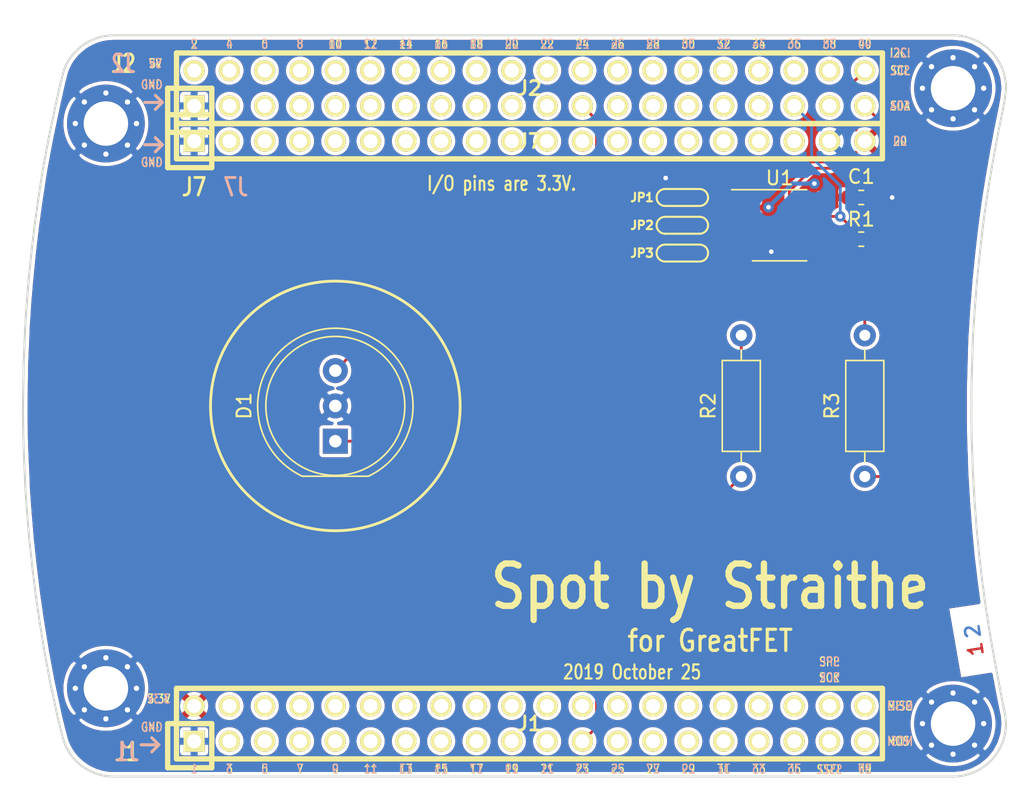
<source format=kicad_pcb>
(kicad_pcb (version 20171130) (host pcbnew 5.1.4-e60b266~84~ubuntu18.04.1)
  (layers (0 F.Cu signal) (31 B.Cu signal) (34 B.Paste user) (35 F.Paste user) (36 B.SilkS user) (37 F.SilkS user) (38 B.Mask user) (39 F.Mask user) (44 Edge.Cuts user))
  (net 0 "")
  (net 1 GND)
  (net 2 VCC)
  (net 3 /P4_9)
  (net 4 /P0_0)
  (net 5 /P4_10)
  (net 6 /P0_1)
  (net 7 /P1_0)
  (net 8 /P5_0)
  (net 9 /P5_1)
  (net 10 /P1_1)
  (net 11 /CLK0)
  (net 12 /P1_2)
  (net 13 /P1_5)
  (net 14 /P5_2)
  (net 15 /P1_7)
  (net 16 /P1_6)
  (net 17 /P1_9)
  (net 18 /P1_8)
  (net 19 /P5_3)
  (net 20 /P1_10)
  (net 21 /P1_12)
  (net 22 /P1_11)
  (net 23 /P5_5)
  (net 24 /P5_4)
  (net 25 /P1_14)
  (net 26 /P1_13)
  (net 27 /P5_6)
  (net 28 /P1_15)
  (net 29 /P5_7)
  (net 30 /P1_16)
  (net 31 /P1_18)
  (net 32 /P1_17)
  (net 33 /P9_5)
  (net 34 /P9_6)
  (net 35 /P2_0)
  (net 36 /P6_0)
  (net 37 /P1_20)
  (net 38 /P1_19)
  (net 39 /P1_4)
  (net 40 /P1_3)
  (net 41 /P4_8)
  (net 42 /P4_0)
  (net 43 /ADC0_0)
  (net 44 /P4_5)
  (net 45 /P4_4)
  (net 46 /P4_2)
  (net 47 /P4_3)
  (net 48 /P4_6)
  (net 49 /P4_7)
  (net 50 /CLK2)
  (net 51 /P2_8)
  (net 52 /P2_7)
  (net 53 /P2_6)
  (net 54 /P7_7)
  (net 55 /WAKEUP0)
  (net 56 /P2_5)
  (net 57 /P2_4)
  (net 58 /P2_3)
  (net 59 /PF_4)
  (net 60 /P3_2)
  (net 61 /P7_2)
  (net 62 /P3_1)
  (net 63 /P7_1)
  (net 64 /P3_0)
  (net 65 /P7_0)
  (net 66 /P3_4)
  (net 67 /P6_8)
  (net 68 /P3_7)
  (net 69 /P6_7)
  (net 70 /P3_3)
  (net 71 /P2_2)
  (net 72 /P6_6)
  (net 73 /P2_1)
  (net 74 /P6_3)
  (net 75 /P3_5)
  (net 76 /P3_6)
  (net 77 /I2C0_SDA)
  (net 78 /I2C0_SCL)
  (net 79 /P6_4)
  (net 80 /P6_5)
  (net 81 /ADC0_5)
  (net 82 /ADC0_2)
  (net 83 /P2_9)
  (net 84 /P2_12)
  (net 85 /P2_13)
  (net 86 /RTC_ALARM)
  (net 87 /RESET)
  (net 88 /VBAT)
  (net 89 /P2_11)
  (net 90 /P2_10)
  (net 91 /P6_10)
  (net 92 /P6_9)
  (net 93 /P6_2)
  (net 94 /P6_1)
  (net 95 /E0)
  (net 96 /E1)
  (net 97 /E2)
  (net 98 /RTCX1)
  (net 99 +5V)
  (net 100 "Net-(D1-Pad3)")
  (net 101 "Net-(D1-Pad1)")
  (module Resistor_THT:R_Axial_DIN0207_L6.3mm_D2.5mm_P10.16mm_Horizontal (layer F.Cu) (at 170.18 100.33 90)
    (fp_text reference R3 (at 5.08 -2.37 90) (layer F.SilkS))
    (fp_text value 100)
    (pad 2 thru_hole oval (at 10.16 0 90) (size 1.6 1.6) (drill 0.8) (layers *.Cu *.Mask) (net 100 "Net-(D1-Pad3)"))
    (pad 1 thru_hole circle (at 0 0 90) (size 1.6 1.6) (drill 0.8) (layers *.Cu *.Mask) (net 61 /P7_2))
  )
  (module Resistor_THT:R_Axial_DIN0207_L6.3mm_D2.5mm_P10.16mm_Horizontal (layer F.Cu) (at 161.29 100.33 90)
    (fp_text reference R2 (at 5.08 -2.37 90) (layer F.SilkS))
    (fp_text value 100)
    (pad 2 thru_hole oval (at 10.16 0 90) (size 1.6 1.6) (drill 0.8) (layers *.Cu *.Mask) (net 101 "Net-(D1-Pad1)"))
    (pad 1 thru_hole circle (at 0 0 90) (size 1.6 1.6) (drill 0.8) (layers *.Cu *.Mask) (net 23 /P5_5))
  )
  (module LED_THT:LED_D10.0mm-3 (layer F.Cu) (at 132.08 97.79 90)
    (fp_text reference D1 (at 2.54 -6.56 90) (layer F.SilkS))
    (fp_text value LED_Dual_ACA)
    (pad 3 thru_hole circle (at 5.08 0 90) (size 1.8 1.8) (drill 0.9) (layers *.Cu *.Mask) (net 100 "Net-(D1-Pad3)"))
    (pad 2 thru_hole circle (at 2.54 0 90) (size 1.8 1.8) (drill 0.9) (layers *.Cu *.Mask) (net 1 GND))
    (pad 1 thru_hole rect (at 0 0 90) (size 1.8 1.8) (drill 0.9) (layers *.Cu *.Mask) (net 101 "Net-(D1-Pad1)"))
  )
  (module neighbor:0603-JUMPER-3-BRIDGED12 (layer F.Cu) (at 157.05 82.25)
    (fp_text reference JP2 (at -2.9 0) (layer F.SilkS) (effects (font (size 0.6096 0.6096) (thickness 0.1524))))
    (fp_text value Jumper_3_Bridged12 hide)
    (pad "" smd rect (at -0.5 0) (size 0.762 0.2032) (layers F.Cu F.Mask))
    (pad 2 smd rect (at 0 0) (size 0.762 0.8636) (layers F.Cu F.Mask) (net 96 /E1))
    (pad 3 smd oval (at 1.1271 0) (size 1.0922 0.8636) (layers F.Cu F.Mask) (net 2 VCC))
    (pad 1 smd rect (at -0.835 0) (size 0.508 0.8636) (layers F.Cu F.Mask) (net 1 GND))
    (pad 3 smd rect (at 0.835 0) (size 0.508 0.8636) (layers F.Cu F.Mask) (net 2 VCC))
    (pad 1 smd oval (at -1.1271 0) (size 1.0922 0.8636) (layers F.Cu F.Mask) (net 1 GND))
  )
  (module Capacitor_SMD:C_0603_1608Metric_Pad1.05x0.95mm_HandSolder (layer F.Cu) (at 169.925 80.25 180)
    (fp_text reference C1 (at 0 1.5) (layer F.SilkS))
    (fp_text value 100nF)
    (pad 2 smd roundrect (at 0.875 0 180) (size 1.05 0.95) (layers F.Cu F.Paste F.Mask) (net 2 VCC))
    (pad 1 smd roundrect (at -0.875 0 180) (size 1.05 0.95) (layers F.Cu F.Paste F.Mask) (net 1 GND))
  )
  (module Resistor_SMD:R_0603_1608Metric_Pad1.05x0.95mm_HandSolder (layer F.Cu) (at 169.925 83.25)
    (fp_text reference R1 (at 0 -1.43) (layer F.SilkS))
    (fp_text value 10k)
    (pad 2 smd roundrect (at 0.875 0) (size 1.05 0.95) (layers F.Cu F.Paste F.Mask) (net 2 VCC))
    (pad 1 smd roundrect (at -0.875 0) (size 1.05 0.95) (layers F.Cu F.Paste F.Mask) (net 73 /P2_1))
  )
  (module neighbor:0603-JUMPER-3-BRIDGED12 (layer F.Cu) (at 157.05 84.25)
    (fp_text reference JP3 (at -2.9 0) (layer F.SilkS) (effects (font (size 0.6096 0.6096) (thickness 0.1524))))
    (fp_text value Jumper_3_Bridged12 hide)
    (pad "" smd rect (at -0.5 0) (size 0.762 0.2032) (layers F.Cu F.Mask))
    (pad 2 smd rect (at 0 0) (size 0.762 0.8636) (layers F.Cu F.Mask) (net 97 /E2))
    (pad 3 smd oval (at 1.1271 0) (size 1.0922 0.8636) (layers F.Cu F.Mask) (net 2 VCC))
    (pad 1 smd rect (at -0.835 0) (size 0.508 0.8636) (layers F.Cu F.Mask) (net 1 GND))
    (pad 3 smd rect (at 0.835 0) (size 0.508 0.8636) (layers F.Cu F.Mask) (net 2 VCC))
    (pad 1 smd oval (at -1.1271 0) (size 1.0922 0.8636) (layers F.Cu F.Mask) (net 1 GND))
  )
  (module neighbor:0603-JUMPER-3-BRIDGED12 (layer F.Cu) (at 157.05 80.25)
    (fp_text reference JP1 (at -2.9 0) (layer F.SilkS) (effects (font (size 0.6096 0.6096) (thickness 0.1524))))
    (fp_text value Jumper_3_Bridged12 hide)
    (pad "" smd rect (at -0.5 0) (size 0.762 0.2032) (layers F.Cu F.Mask))
    (pad 2 smd rect (at 0 0) (size 0.762 0.8636) (layers F.Cu F.Mask) (net 95 /E0))
    (pad 3 smd oval (at 1.1271 0) (size 1.0922 0.8636) (layers F.Cu F.Mask) (net 2 VCC))
    (pad 1 smd rect (at -0.835 0) (size 0.508 0.8636) (layers F.Cu F.Mask) (net 1 GND))
    (pad 3 smd rect (at 0.835 0) (size 0.508 0.8636) (layers F.Cu F.Mask) (net 2 VCC))
    (pad 1 smd oval (at -1.1271 0) (size 1.0922 0.8636) (layers F.Cu F.Mask) (net 1 GND))
  )
  (module Package_SO:SOIC-8_3.9x4.9mm_P1.27mm (layer F.Cu) (at 164.05 82.25)
    (fp_text reference U1 (at 0 -3.4) (layer F.SilkS))
    (fp_text value M24C02-FMN6TP)
    (pad 8 smd roundrect (at 2.475 -1.905) (size 1.95 0.6) (layers F.Cu F.Paste F.Mask) (net 2 VCC))
    (pad 7 smd roundrect (at 2.475 -0.635) (size 1.95 0.6) (layers F.Cu F.Paste F.Mask) (net 73 /P2_1))
    (pad 6 smd roundrect (at 2.475 0.635) (size 1.95 0.6) (layers F.Cu F.Paste F.Mask) (net 78 /I2C0_SCL))
    (pad 5 smd roundrect (at 2.475 1.905) (size 1.95 0.6) (layers F.Cu F.Paste F.Mask) (net 77 /I2C0_SDA))
    (pad 4 smd roundrect (at -2.475 1.905) (size 1.95 0.6) (layers F.Cu F.Paste F.Mask) (net 1 GND))
    (pad 3 smd roundrect (at -2.475 0.635) (size 1.95 0.6) (layers F.Cu F.Paste F.Mask) (net 97 /E2))
    (pad 2 smd roundrect (at -2.475 -0.635) (size 1.95 0.6) (layers F.Cu F.Paste F.Mask) (net 96 /E1))
    (pad 1 smd roundrect (at -2.475 -1.905) (size 1.95 0.6) (layers F.Cu F.Paste F.Mask) (net 95 /E0))
  )
  (module neighbor:HEADER-1x20 (layer F.Cu) (at 146.05 76.2)
    (fp_text reference J7 (at 0 0) (layer F.SilkS) (effects (font (size 1.016 1.016) (thickness 0.2032))))
    (fp_text value BONUS_ROW hide)
    (pad 1 thru_hole rect (at -24.13 0) (size 1.524 1.524) (drill 1.016) (layers *.Cu *.Mask F.SilkS) (net 1 GND))
    (pad 2 thru_hole circle (at -21.59 0) (size 1.524 1.524) (drill 1.016) (layers *.Cu *.Mask F.SilkS) (net 79 /P6_4))
    (pad 3 thru_hole circle (at -19.05 0) (size 1.524 1.524) (drill 1.016) (layers *.Cu *.Mask F.SilkS) (net 80 /P6_5))
    (pad 4 thru_hole circle (at -16.51 0) (size 1.524 1.524) (drill 1.016) (layers *.Cu *.Mask F.SilkS) (net 81 /ADC0_5))
    (pad 5 thru_hole circle (at -13.97 0) (size 1.524 1.524) (drill 1.016) (layers *.Cu *.Mask F.SilkS) (net 82 /ADC0_2))
    (pad 6 thru_hole circle (at -11.43 0) (size 1.524 1.524) (drill 1.016) (layers *.Cu *.Mask F.SilkS) (net 83 /P2_9))
    (pad 7 thru_hole circle (at -8.89 0) (size 1.524 1.524) (drill 1.016) (layers *.Cu *.Mask F.SilkS) (net 84 /P2_12))
    (pad 8 thru_hole circle (at -6.35 0) (size 1.524 1.524) (drill 1.016) (layers *.Cu *.Mask F.SilkS) (net 85 /P2_13))
    (pad 9 thru_hole circle (at -3.81 0) (size 1.524 1.524) (drill 1.016) (layers *.Cu *.Mask F.SilkS) (net 86 /RTC_ALARM))
    (pad 10 thru_hole circle (at -1.27 0) (size 1.524 1.524) (drill 1.016) (layers *.Cu *.Mask F.SilkS) (net 98 /RTCX1))
    (pad 11 thru_hole circle (at 1.27 0) (size 1.524 1.524) (drill 1.016) (layers *.Cu *.Mask F.SilkS) (net 87 /RESET))
    (pad 12 thru_hole circle (at 3.81 0) (size 1.524 1.524) (drill 1.016) (layers *.Cu *.Mask F.SilkS) (net 88 /VBAT))
    (pad 13 thru_hole circle (at 6.35 0) (size 1.524 1.524) (drill 1.016) (layers *.Cu *.Mask F.SilkS) (net 89 /P2_11))
    (pad 14 thru_hole circle (at 8.89 0) (size 1.524 1.524) (drill 1.016) (layers *.Cu *.Mask F.SilkS) (net 90 /P2_10))
    (pad 15 thru_hole circle (at 11.43 0) (size 1.524 1.524) (drill 1.016) (layers *.Cu *.Mask F.SilkS) (net 91 /P6_10))
    (pad 16 thru_hole circle (at 13.97 0) (size 1.524 1.524) (drill 1.016) (layers *.Cu *.Mask F.SilkS) (net 92 /P6_9))
    (pad 17 thru_hole circle (at 16.51 0) (size 1.524 1.524) (drill 1.016) (layers *.Cu *.Mask F.SilkS) (net 93 /P6_2))
    (pad 18 thru_hole circle (at 19.05 0) (size 1.524 1.524) (drill 1.016) (layers *.Cu *.Mask F.SilkS) (net 94 /P6_1))
    (pad 19 thru_hole circle (at 21.59 0) (size 1.524 1.524) (drill 1.016) (layers *.Cu *.Mask F.SilkS) (net 1 GND))
    (pad 20 thru_hole circle (at 24.13 0) (size 1.524 1.524) (drill 1.016) (layers *.Cu *.Mask F.SilkS) (net 2 VCC))
  )
  (module neighbor:HEADER-2x20 (layer F.Cu) (at 146.05 118.11)
    (fp_text reference J1 (at 0 0) (layer F.SilkS) (effects (font (size 1.016 1.016) (thickness 0.2032))))
    (fp_text value NEIGHBOR1 hide)
    (pad 1 thru_hole rect (at -24.13 1.27) (size 1.524 1.524) (drill 1.016) (layers *.Cu *.Mask F.SilkS) (net 1 GND))
    (pad 2 thru_hole circle (at -24.13 -1.27) (size 1.524 1.524) (drill 1.016) (layers *.Cu *.Mask F.SilkS) (net 2 VCC))
    (pad 3 thru_hole circle (at -21.59 1.27) (size 1.524 1.524) (drill 1.016) (layers *.Cu *.Mask F.SilkS) (net 3 /P4_9))
    (pad 4 thru_hole circle (at -21.59 -1.27) (size 1.524 1.524) (drill 1.016) (layers *.Cu *.Mask F.SilkS) (net 4 /P0_0))
    (pad 5 thru_hole circle (at -19.05 1.27) (size 1.524 1.524) (drill 1.016) (layers *.Cu *.Mask F.SilkS) (net 5 /P4_10))
    (pad 6 thru_hole circle (at -19.05 -1.27) (size 1.524 1.524) (drill 1.016) (layers *.Cu *.Mask F.SilkS) (net 6 /P0_1))
    (pad 7 thru_hole circle (at -16.51 1.27) (size 1.524 1.524) (drill 1.016) (layers *.Cu *.Mask F.SilkS) (net 7 /P1_0))
    (pad 8 thru_hole circle (at -16.51 -1.27) (size 1.524 1.524) (drill 1.016) (layers *.Cu *.Mask F.SilkS) (net 8 /P5_0))
    (pad 9 thru_hole circle (at -13.97 1.27) (size 1.524 1.524) (drill 1.016) (layers *.Cu *.Mask F.SilkS) (net 9 /P5_1))
    (pad 10 thru_hole circle (at -13.97 -1.27) (size 1.524 1.524) (drill 1.016) (layers *.Cu *.Mask F.SilkS) (net 10 /P1_1))
    (pad 11 thru_hole circle (at -11.43 1.27) (size 1.524 1.524) (drill 1.016) (layers *.Cu *.Mask F.SilkS) (net 11 /CLK0))
    (pad 12 thru_hole circle (at -11.43 -1.27) (size 1.524 1.524) (drill 1.016) (layers *.Cu *.Mask F.SilkS) (net 12 /P1_2))
    (pad 13 thru_hole circle (at -8.89 1.27) (size 1.524 1.524) (drill 1.016) (layers *.Cu *.Mask F.SilkS) (net 13 /P1_5))
    (pad 14 thru_hole circle (at -8.89 -1.27) (size 1.524 1.524) (drill 1.016) (layers *.Cu *.Mask F.SilkS) (net 14 /P5_2))
    (pad 15 thru_hole circle (at -6.35 1.27) (size 1.524 1.524) (drill 1.016) (layers *.Cu *.Mask F.SilkS) (net 15 /P1_7))
    (pad 16 thru_hole circle (at -6.35 -1.27) (size 1.524 1.524) (drill 1.016) (layers *.Cu *.Mask F.SilkS) (net 16 /P1_6))
    (pad 17 thru_hole circle (at -3.81 1.27) (size 1.524 1.524) (drill 1.016) (layers *.Cu *.Mask F.SilkS) (net 17 /P1_9))
    (pad 18 thru_hole circle (at -3.81 -1.27) (size 1.524 1.524) (drill 1.016) (layers *.Cu *.Mask F.SilkS) (net 18 /P1_8))
    (pad 19 thru_hole circle (at -1.27 1.27) (size 1.524 1.524) (drill 1.016) (layers *.Cu *.Mask F.SilkS) (net 19 /P5_3))
    (pad 20 thru_hole circle (at -1.27 -1.27) (size 1.524 1.524) (drill 1.016) (layers *.Cu *.Mask F.SilkS) (net 20 /P1_10))
    (pad 21 thru_hole circle (at 1.27 1.27) (size 1.524 1.524) (drill 1.016) (layers *.Cu *.Mask F.SilkS) (net 21 /P1_12))
    (pad 22 thru_hole circle (at 1.27 -1.27) (size 1.524 1.524) (drill 1.016) (layers *.Cu *.Mask F.SilkS) (net 22 /P1_11))
    (pad 23 thru_hole circle (at 3.81 1.27) (size 1.524 1.524) (drill 1.016) (layers *.Cu *.Mask F.SilkS) (net 23 /P5_5))
    (pad 24 thru_hole circle (at 3.81 -1.27) (size 1.524 1.524) (drill 1.016) (layers *.Cu *.Mask F.SilkS) (net 24 /P5_4))
    (pad 25 thru_hole circle (at 6.35 1.27) (size 1.524 1.524) (drill 1.016) (layers *.Cu *.Mask F.SilkS) (net 25 /P1_14))
    (pad 26 thru_hole circle (at 6.35 -1.27) (size 1.524 1.524) (drill 1.016) (layers *.Cu *.Mask F.SilkS) (net 26 /P1_13))
    (pad 27 thru_hole circle (at 8.89 1.27) (size 1.524 1.524) (drill 1.016) (layers *.Cu *.Mask F.SilkS) (net 27 /P5_6))
    (pad 28 thru_hole circle (at 8.89 -1.27) (size 1.524 1.524) (drill 1.016) (layers *.Cu *.Mask F.SilkS) (net 28 /P1_15))
    (pad 29 thru_hole circle (at 11.43 1.27) (size 1.524 1.524) (drill 1.016) (layers *.Cu *.Mask F.SilkS) (net 29 /P5_7))
    (pad 30 thru_hole circle (at 11.43 -1.27) (size 1.524 1.524) (drill 1.016) (layers *.Cu *.Mask F.SilkS) (net 30 /P1_16))
    (pad 31 thru_hole circle (at 13.97 1.27) (size 1.524 1.524) (drill 1.016) (layers *.Cu *.Mask F.SilkS) (net 31 /P1_18))
    (pad 32 thru_hole circle (at 13.97 -1.27) (size 1.524 1.524) (drill 1.016) (layers *.Cu *.Mask F.SilkS) (net 32 /P1_17))
    (pad 33 thru_hole circle (at 16.51 1.27) (size 1.524 1.524) (drill 1.016) (layers *.Cu *.Mask F.SilkS) (net 33 /P9_5))
    (pad 34 thru_hole circle (at 16.51 -1.27) (size 1.524 1.524) (drill 1.016) (layers *.Cu *.Mask F.SilkS) (net 34 /P9_6))
    (pad 35 thru_hole circle (at 19.05 1.27) (size 1.524 1.524) (drill 1.016) (layers *.Cu *.Mask F.SilkS) (net 35 /P2_0))
    (pad 36 thru_hole circle (at 19.05 -1.27) (size 1.524 1.524) (drill 1.016) (layers *.Cu *.Mask F.SilkS) (net 36 /P6_0))
    (pad 37 thru_hole circle (at 21.59 1.27) (size 1.524 1.524) (drill 1.016) (layers *.Cu *.Mask F.SilkS) (net 37 /P1_20))
    (pad 38 thru_hole circle (at 21.59 -1.27) (size 1.524 1.524) (drill 1.016) (layers *.Cu *.Mask F.SilkS) (net 38 /P1_19))
    (pad 39 thru_hole circle (at 24.13 1.27) (size 1.524 1.524) (drill 1.016) (layers *.Cu *.Mask F.SilkS) (net 39 /P1_4))
    (pad 40 thru_hole circle (at 24.13 -1.27) (size 1.524 1.524) (drill 1.016) (layers *.Cu *.Mask F.SilkS) (net 40 /P1_3))
  )
  (module neighbor:HEADER-2x20 (layer F.Cu) (at 146.05 72.39)
    (fp_text reference J2 (at 0 0) (layer F.SilkS) (effects (font (size 1.016 1.016) (thickness 0.2032))))
    (fp_text value NEIGHBOR2 hide)
    (pad 1 thru_hole rect (at -24.13 1.27) (size 1.524 1.524) (drill 1.016) (layers *.Cu *.Mask F.SilkS) (net 1 GND))
    (pad 2 thru_hole circle (at -24.13 -1.27) (size 1.524 1.524) (drill 1.016) (layers *.Cu *.Mask F.SilkS) (net 99 +5V))
    (pad 3 thru_hole circle (at -21.59 1.27) (size 1.524 1.524) (drill 1.016) (layers *.Cu *.Mask F.SilkS) (net 41 /P4_8))
    (pad 4 thru_hole circle (at -21.59 -1.27) (size 1.524 1.524) (drill 1.016) (layers *.Cu *.Mask F.SilkS) (net 42 /P4_0))
    (pad 5 thru_hole circle (at -19.05 1.27) (size 1.524 1.524) (drill 1.016) (layers *.Cu *.Mask F.SilkS) (net 43 /ADC0_0))
    (pad 6 thru_hole circle (at -19.05 -1.27) (size 1.524 1.524) (drill 1.016) (layers *.Cu *.Mask F.SilkS) (net 44 /P4_5))
    (pad 7 thru_hole circle (at -16.51 1.27) (size 1.524 1.524) (drill 1.016) (layers *.Cu *.Mask F.SilkS) (net 45 /P4_4))
    (pad 8 thru_hole circle (at -16.51 -1.27) (size 1.524 1.524) (drill 1.016) (layers *.Cu *.Mask F.SilkS) (net 46 /P4_2))
    (pad 9 thru_hole circle (at -13.97 1.27) (size 1.524 1.524) (drill 1.016) (layers *.Cu *.Mask F.SilkS) (net 47 /P4_3))
    (pad 10 thru_hole circle (at -13.97 -1.27) (size 1.524 1.524) (drill 1.016) (layers *.Cu *.Mask F.SilkS) (net 48 /P4_6))
    (pad 11 thru_hole circle (at -11.43 1.27) (size 1.524 1.524) (drill 1.016) (layers *.Cu *.Mask F.SilkS) (net 49 /P4_7))
    (pad 12 thru_hole circle (at -11.43 -1.27) (size 1.524 1.524) (drill 1.016) (layers *.Cu *.Mask F.SilkS) (net 50 /CLK2))
    (pad 13 thru_hole circle (at -8.89 1.27) (size 1.524 1.524) (drill 1.016) (layers *.Cu *.Mask F.SilkS) (net 51 /P2_8))
    (pad 14 thru_hole circle (at -8.89 -1.27) (size 1.524 1.524) (drill 1.016) (layers *.Cu *.Mask F.SilkS) (net 52 /P2_7))
    (pad 15 thru_hole circle (at -6.35 1.27) (size 1.524 1.524) (drill 1.016) (layers *.Cu *.Mask F.SilkS) (net 53 /P2_6))
    (pad 16 thru_hole circle (at -6.35 -1.27) (size 1.524 1.524) (drill 1.016) (layers *.Cu *.Mask F.SilkS) (net 54 /P7_7))
    (pad 17 thru_hole circle (at -3.81 1.27) (size 1.524 1.524) (drill 1.016) (layers *.Cu *.Mask F.SilkS) (net 55 /WAKEUP0))
    (pad 18 thru_hole circle (at -3.81 -1.27) (size 1.524 1.524) (drill 1.016) (layers *.Cu *.Mask F.SilkS) (net 56 /P2_5))
    (pad 19 thru_hole circle (at -1.27 1.27) (size 1.524 1.524) (drill 1.016) (layers *.Cu *.Mask F.SilkS) (net 57 /P2_4))
    (pad 20 thru_hole circle (at -1.27 -1.27) (size 1.524 1.524) (drill 1.016) (layers *.Cu *.Mask F.SilkS) (net 58 /P2_3))
    (pad 21 thru_hole circle (at 1.27 1.27) (size 1.524 1.524) (drill 1.016) (layers *.Cu *.Mask F.SilkS) (net 59 /PF_4))
    (pad 22 thru_hole circle (at 1.27 -1.27) (size 1.524 1.524) (drill 1.016) (layers *.Cu *.Mask F.SilkS) (net 60 /P3_2))
    (pad 23 thru_hole circle (at 3.81 1.27) (size 1.524 1.524) (drill 1.016) (layers *.Cu *.Mask F.SilkS) (net 61 /P7_2))
    (pad 24 thru_hole circle (at 3.81 -1.27) (size 1.524 1.524) (drill 1.016) (layers *.Cu *.Mask F.SilkS) (net 62 /P3_1))
    (pad 25 thru_hole circle (at 6.35 1.27) (size 1.524 1.524) (drill 1.016) (layers *.Cu *.Mask F.SilkS) (net 63 /P7_1))
    (pad 26 thru_hole circle (at 6.35 -1.27) (size 1.524 1.524) (drill 1.016) (layers *.Cu *.Mask F.SilkS) (net 64 /P3_0))
    (pad 27 thru_hole circle (at 8.89 1.27) (size 1.524 1.524) (drill 1.016) (layers *.Cu *.Mask F.SilkS) (net 65 /P7_0))
    (pad 28 thru_hole circle (at 8.89 -1.27) (size 1.524 1.524) (drill 1.016) (layers *.Cu *.Mask F.SilkS) (net 66 /P3_4))
    (pad 29 thru_hole circle (at 11.43 1.27) (size 1.524 1.524) (drill 1.016) (layers *.Cu *.Mask F.SilkS) (net 67 /P6_8))
    (pad 30 thru_hole circle (at 11.43 -1.27) (size 1.524 1.524) (drill 1.016) (layers *.Cu *.Mask F.SilkS) (net 68 /P3_7))
    (pad 31 thru_hole circle (at 13.97 1.27) (size 1.524 1.524) (drill 1.016) (layers *.Cu *.Mask F.SilkS) (net 69 /P6_7))
    (pad 32 thru_hole circle (at 13.97 -1.27) (size 1.524 1.524) (drill 1.016) (layers *.Cu *.Mask F.SilkS) (net 70 /P3_3))
    (pad 33 thru_hole circle (at 16.51 1.27) (size 1.524 1.524) (drill 1.016) (layers *.Cu *.Mask F.SilkS) (net 71 /P2_2))
    (pad 34 thru_hole circle (at 16.51 -1.27) (size 1.524 1.524) (drill 1.016) (layers *.Cu *.Mask F.SilkS) (net 72 /P6_6))
    (pad 35 thru_hole circle (at 19.05 1.27) (size 1.524 1.524) (drill 1.016) (layers *.Cu *.Mask F.SilkS) (net 73 /P2_1))
    (pad 36 thru_hole circle (at 19.05 -1.27) (size 1.524 1.524) (drill 1.016) (layers *.Cu *.Mask F.SilkS) (net 74 /P6_3))
    (pad 37 thru_hole circle (at 21.59 1.27) (size 1.524 1.524) (drill 1.016) (layers *.Cu *.Mask F.SilkS) (net 75 /P3_5))
    (pad 38 thru_hole circle (at 21.59 -1.27) (size 1.524 1.524) (drill 1.016) (layers *.Cu *.Mask F.SilkS) (net 76 /P3_6))
    (pad 39 thru_hole circle (at 24.13 1.27) (size 1.524 1.524) (drill 1.016) (layers *.Cu *.Mask F.SilkS) (net 77 /I2C0_SDA))
    (pad 40 thru_hole circle (at 24.13 -1.27) (size 1.524 1.524) (drill 1.016) (layers *.Cu *.Mask F.SilkS) (net 78 /I2C0_SCL))
  )
  (module neighbor:HOLE126MIL-COPPER (layer F.Cu) (at 115.57 74.93)
    (fp_text reference MH1 hide)
    (fp_text value MOUNTING_HOLE hide)
    (pad 1 thru_hole circle (at 0 0) (size 5.6 5.6) (drill 3.2004) (layers *.Cu *.Mask) (net 1 GND))
    (pad 1 thru_hole circle (at 0 -2.2) (size 0.6 0.6) (drill 0.381) (layers *.Cu *.Mask) (net 1 GND))
    (pad 1 thru_hole circle (at -2.2 0) (size 0.6 0.6) (drill 0.381) (layers *.Cu *.Mask) (net 1 GND))
    (pad 1 thru_hole circle (at 0 2.2) (size 0.6 0.6) (drill 0.381) (layers *.Cu *.Mask) (net 1 GND))
    (pad 1 thru_hole circle (at 2.2 0) (size 0.6 0.6) (drill 0.381) (layers *.Cu *.Mask) (net 1 GND))
    (pad 1 thru_hole circle (at 1.55 -1.55) (size 0.6 0.6) (drill 0.381) (layers *.Cu *.Mask) (net 1 GND))
    (pad 1 thru_hole circle (at -1.55 -1.55) (size 0.6 0.6) (drill 0.381) (layers *.Cu *.Mask) (net 1 GND))
    (pad 1 thru_hole circle (at -1.55 1.55) (size 0.6 0.6) (drill 0.381) (layers *.Cu *.Mask) (net 1 GND))
    (pad 1 thru_hole circle (at 1.55 1.55) (size 0.6 0.6) (drill 0.381) (layers *.Cu *.Mask) (net 1 GND))
  )
  (module neighbor:HOLE126MIL-COPPER (layer F.Cu) (at 115.57 115.57)
    (fp_text reference MH2 hide)
    (fp_text value MOUNTING_HOLE hide)
    (pad 1 thru_hole circle (at 0 0) (size 5.6 5.6) (drill 3.2004) (layers *.Cu *.Mask) (net 1 GND))
    (pad 1 thru_hole circle (at 0 -2.2) (size 0.6 0.6) (drill 0.381) (layers *.Cu *.Mask) (net 1 GND))
    (pad 1 thru_hole circle (at -2.2 0) (size 0.6 0.6) (drill 0.381) (layers *.Cu *.Mask) (net 1 GND))
    (pad 1 thru_hole circle (at 0 2.2) (size 0.6 0.6) (drill 0.381) (layers *.Cu *.Mask) (net 1 GND))
    (pad 1 thru_hole circle (at 2.2 0) (size 0.6 0.6) (drill 0.381) (layers *.Cu *.Mask) (net 1 GND))
    (pad 1 thru_hole circle (at 1.55 -1.55) (size 0.6 0.6) (drill 0.381) (layers *.Cu *.Mask) (net 1 GND))
    (pad 1 thru_hole circle (at -1.55 -1.55) (size 0.6 0.6) (drill 0.381) (layers *.Cu *.Mask) (net 1 GND))
    (pad 1 thru_hole circle (at -1.55 1.55) (size 0.6 0.6) (drill 0.381) (layers *.Cu *.Mask) (net 1 GND))
    (pad 1 thru_hole circle (at 1.55 1.55) (size 0.6 0.6) (drill 0.381) (layers *.Cu *.Mask) (net 1 GND))
  )
  (module neighbor:HOLE126MIL-COPPER (layer F.Cu) (at 176.53 118.11)
    (fp_text reference MH3 hide)
    (fp_text value MOUNTING_HOLE hide)
    (pad 1 thru_hole circle (at 0 0) (size 5.6 5.6) (drill 3.2004) (layers *.Cu *.Mask) (net 1 GND))
    (pad 1 thru_hole circle (at 0 -2.2) (size 0.6 0.6) (drill 0.381) (layers *.Cu *.Mask) (net 1 GND))
    (pad 1 thru_hole circle (at -2.2 0) (size 0.6 0.6) (drill 0.381) (layers *.Cu *.Mask) (net 1 GND))
    (pad 1 thru_hole circle (at 0 2.2) (size 0.6 0.6) (drill 0.381) (layers *.Cu *.Mask) (net 1 GND))
    (pad 1 thru_hole circle (at 2.2 0) (size 0.6 0.6) (drill 0.381) (layers *.Cu *.Mask) (net 1 GND))
    (pad 1 thru_hole circle (at 1.55 -1.55) (size 0.6 0.6) (drill 0.381) (layers *.Cu *.Mask) (net 1 GND))
    (pad 1 thru_hole circle (at -1.55 -1.55) (size 0.6 0.6) (drill 0.381) (layers *.Cu *.Mask) (net 1 GND))
    (pad 1 thru_hole circle (at -1.55 1.55) (size 0.6 0.6) (drill 0.381) (layers *.Cu *.Mask) (net 1 GND))
    (pad 1 thru_hole circle (at 1.55 1.55) (size 0.6 0.6) (drill 0.381) (layers *.Cu *.Mask) (net 1 GND))
  )
  (module neighbor:HOLE126MIL-COPPER (layer F.Cu) (at 176.53 72.39)
    (fp_text reference MH4 hide)
    (fp_text value MOUNTING_HOLE hide)
    (pad 1 thru_hole circle (at 0 0) (size 5.6 5.6) (drill 3.2004) (layers *.Cu *.Mask) (net 1 GND))
    (pad 1 thru_hole circle (at 0 -2.2) (size 0.6 0.6) (drill 0.381) (layers *.Cu *.Mask) (net 1 GND))
    (pad 1 thru_hole circle (at -2.2 0) (size 0.6 0.6) (drill 0.381) (layers *.Cu *.Mask) (net 1 GND))
    (pad 1 thru_hole circle (at 0 2.2) (size 0.6 0.6) (drill 0.381) (layers *.Cu *.Mask) (net 1 GND))
    (pad 1 thru_hole circle (at 2.2 0) (size 0.6 0.6) (drill 0.381) (layers *.Cu *.Mask) (net 1 GND))
    (pad 1 thru_hole circle (at 1.55 -1.55) (size 0.6 0.6) (drill 0.381) (layers *.Cu *.Mask) (net 1 GND))
    (pad 1 thru_hole circle (at -1.55 -1.55) (size 0.6 0.6) (drill 0.381) (layers *.Cu *.Mask) (net 1 GND))
    (pad 1 thru_hole circle (at -1.55 1.55) (size 0.6 0.6) (drill 0.381) (layers *.Cu *.Mask) (net 1 GND))
    (pad 1 thru_hole circle (at 1.55 1.55) (size 0.6 0.6) (drill 0.381) (layers *.Cu *.Mask) (net 1 GND))
  )
  (gr_circle (center 132.08 95.25) (end 140.97 96.52) (layer F.SilkS) (width 0.2032))
  (gr_text "for GreatFET" (at 159.05 112.15) (layer F.SilkS) (effects (font (size 1.524 1.27) (thickness 0.2286))))
  (gr_line (start 109.6772 98.933) (end 109.728 99.9998) (angle 90) (layer Edge.Cuts) (width 0.15))
  (gr_line (start 109.6264 97.4852) (end 109.6772 98.933) (angle 90) (layer Edge.Cuts) (width 0.15))
  (gr_line (start 109.601 95.5802) (end 109.6264 97.4852) (angle 90) (layer Edge.Cuts) (width 0.15))
  (gr_line (start 109.6264 93.726) (end 109.601 95.5802) (angle 90) (layer Edge.Cuts) (width 0.15))
  (gr_line (start 109.6518 92.1766) (end 109.6264 93.726) (angle 90) (layer Edge.Cuts) (width 0.15))
  (gr_line (start 109.728 90.5002) (end 109.6518 92.1766) (angle 90) (layer Edge.Cuts) (width 0.15))
  (gr_line (start 177.927 99.0346) (end 177.9524 99.9998) (angle 90) (layer Edge.Cuts) (width 0.15))
  (gr_line (start 177.8762 97.79) (end 177.927 99.0346) (angle 90) (layer Edge.Cuts) (width 0.15))
  (gr_line (start 177.8508 96.393) (end 177.8762 97.79) (angle 90) (layer Edge.Cuts) (width 0.15))
  (gr_line (start 177.8508 95.123) (end 177.8508 96.393) (angle 90) (layer Edge.Cuts) (width 0.15))
  (gr_line (start 177.8508 94.0054) (end 177.8508 95.123) (angle 90) (layer Edge.Cuts) (width 0.15))
  (gr_line (start 177.9016 92.3544) (end 177.8508 94.0054) (angle 90) (layer Edge.Cuts) (width 0.15))
  (gr_line (start 177.9524 90.5002) (end 177.9016 92.3544) (angle 90) (layer Edge.Cuts) (width 0.15))
  (gr_text "2019 October 25" (at 153.4414 114.4016) (layer F.SilkS) (effects (font (size 1.016 0.762) (thickness 0.1524))))
  (gr_text 2 (at 177.95 111.45 98.9) (layer B.Cu) (effects (font (size 1.016 1.016) (thickness 0.1778))))
  (gr_text 1 (at 178.15 112.75 98.9) (layer F.Cu) (effects (font (size 1.016 1.016) (thickness 0.1778))))
  (gr_text 5V (at 119.126 70.612) (layer B.SilkS) (effects (font (size 0.635 0.508) (thickness 0.1016)) (justify mirror)))
  (gr_text GND (at 118.872 72.136) (layer B.SilkS) (effects (font (size 0.635 0.508) (thickness 0.1016)) (justify mirror)))
  (gr_line (start 118.364 73.406) (end 119.634 73.406) (angle 90) (layer B.SilkS) (width 0.2032))
  (gr_line (start 119.634 73.406) (end 119.126 72.898) (angle 90) (layer B.SilkS) (width 0.2032))
  (gr_line (start 119.634 73.406) (end 119.126 73.914) (angle 90) (layer B.SilkS) (width 0.2032))
  (gr_line (start 119.634 76.454) (end 118.364 76.454) (angle 90) (layer B.SilkS) (width 0.2032))
  (gr_line (start 119.634 76.454) (end 119.126 75.946) (angle 90) (layer B.SilkS) (width 0.2032))
  (gr_line (start 119.634 76.454) (end 119.126 76.962) (angle 90) (layer B.SilkS) (width 0.2032))
  (gr_text GND (at 118.872 77.724) (layer B.SilkS) (effects (font (size 0.635 0.508) (thickness 0.1016)) (justify mirror)))
  (gr_text SDA (at 172.72 73.66) (layer B.SilkS) (effects (font (size 0.635 0.508) (thickness 0.1016)) (justify mirror)))
  (gr_text SCL (at 172.72 71.12) (layer B.SilkS) (effects (font (size 0.635 0.508) (thickness 0.1016)) (justify mirror)))
  (gr_text I2C: (at 172.72 69.85) (layer B.SilkS) (effects (font (size 0.635 0.508) (thickness 0.1016)) (justify mirror)))
  (gr_text 20 (at 172.72 76.2) (layer B.SilkS) (effects (font (size 0.635 0.508) (thickness 0.1016)) (justify mirror)))
  (gr_text MOSI (at 172.72 119.38) (layer B.SilkS) (effects (font (size 0.635 0.508) (thickness 0.1016)) (justify mirror)))
  (gr_text MISO (at 172.72 116.84) (layer B.SilkS) (effects (font (size 0.635 0.508) (thickness 0.1016)) (justify mirror)))
  (gr_text SCK (at 167.64 114.808) (layer B.SilkS) (effects (font (size 0.635 0.508) (thickness 0.1016)) (justify mirror)))
  (gr_text SPI: (at 167.64 113.665) (layer B.SilkS) (effects (font (size 0.635 0.508) (thickness 0.1016)) (justify mirror)))
  (gr_text GND (at 118.872 118.364) (layer B.SilkS) (effects (font (size 0.635 0.508) (thickness 0.1016)) (justify mirror)))
  (gr_text 3.3V (at 119.38 116.332) (layer B.SilkS) (effects (font (size 0.635 0.508) (thickness 0.1016)) (justify mirror)))
  (gr_line (start 119.38 119.634) (end 118.11 119.634) (angle 90) (layer B.SilkS) (width 0.2032))
  (gr_line (start 119.38 119.634) (end 118.872 119.126) (angle 90) (layer B.SilkS) (width 0.2032))
  (gr_line (start 119.38 119.634) (end 118.872 120.142) (angle 90) (layer B.SilkS) (width 0.2032))
  (gr_text 1 (at 121.92 121.3739) (layer B.SilkS) (effects (font (size 0.635 0.508) (thickness 0.1016)) (justify mirror)))
  (gr_text J1 (at 117.094 120.142) (layer B.SilkS) (effects (font (size 1.27 1.016) (thickness 0.2032)) (justify mirror)))
  (gr_text J1 (at 117.094 120.142) (layer F.SilkS) (effects (font (size 1.27 1.016) (thickness 0.2032))))
  (gr_text J7 (at 124.92 79.502) (layer B.SilkS) (effects (font (size 1.27 1.016) (thickness 0.2032)) (justify mirror)))
  (gr_text J2 (at 116.84 70.612) (layer B.SilkS) (effects (font (size 1.27 1.016) (thickness 0.2032)) (justify mirror)))
  (gr_text 2 (at 121.92 69.215) (layer B.SilkS) (effects (font (size 0.635 0.508) (thickness 0.1016)) (justify mirror)))
  (gr_text 4 (at 124.46 69.215) (layer B.SilkS) (effects (font (size 0.635 0.508) (thickness 0.1016)) (justify mirror)))
  (gr_text 6 (at 127 69.215) (layer B.SilkS) (effects (font (size 0.635 0.508) (thickness 0.1016)) (justify mirror)))
  (gr_text 8 (at 129.54 69.215) (layer B.SilkS) (effects (font (size 0.635 0.508) (thickness 0.1016)) (justify mirror)))
  (gr_text 10 (at 132.08 69.215) (layer B.SilkS) (effects (font (size 0.635 0.508) (thickness 0.1016)) (justify mirror)))
  (gr_text 12 (at 134.62 69.215) (layer B.SilkS) (effects (font (size 0.635 0.508) (thickness 0.1016)) (justify mirror)))
  (gr_text 14 (at 137.16 69.215) (layer B.SilkS) (effects (font (size 0.635 0.508) (thickness 0.1016)) (justify mirror)))
  (gr_text 16 (at 139.7 69.215) (layer B.SilkS) (effects (font (size 0.635 0.508) (thickness 0.1016)) (justify mirror)))
  (gr_text 18 (at 142.24 69.215) (layer B.SilkS) (effects (font (size 0.635 0.508) (thickness 0.1016)) (justify mirror)))
  (gr_text 20 (at 144.78 69.215) (layer B.SilkS) (effects (font (size 0.635 0.508) (thickness 0.1016)) (justify mirror)))
  (gr_text 22 (at 147.32 69.215) (layer B.SilkS) (effects (font (size 0.635 0.508) (thickness 0.1016)) (justify mirror)))
  (gr_text 24 (at 149.86 69.215) (layer B.SilkS) (effects (font (size 0.635 0.508) (thickness 0.1016)) (justify mirror)))
  (gr_text 26 (at 152.4 69.215) (layer B.SilkS) (effects (font (size 0.635 0.508) (thickness 0.1016)) (justify mirror)))
  (gr_text 28 (at 154.94 69.215) (layer B.SilkS) (effects (font (size 0.635 0.508) (thickness 0.1016)) (justify mirror)))
  (gr_text 30 (at 157.48 69.215) (layer B.SilkS) (effects (font (size 0.635 0.508) (thickness 0.1016)) (justify mirror)))
  (gr_text 32 (at 160.02 69.215) (layer B.SilkS) (effects (font (size 0.635 0.508) (thickness 0.1016)) (justify mirror)))
  (gr_text 34 (at 162.56 69.215) (layer B.SilkS) (effects (font (size 0.635 0.508) (thickness 0.1016)) (justify mirror)))
  (gr_text 36 (at 165.1 69.215) (layer B.SilkS) (effects (font (size 0.635 0.508) (thickness 0.1016)) (justify mirror)))
  (gr_text 38 (at 167.64 69.215) (layer B.SilkS) (effects (font (size 0.635 0.508) (thickness 0.1016)) (justify mirror)))
  (gr_text 40 (at 170.18 69.215) (layer B.SilkS) (effects (font (size 0.635 0.508) (thickness 0.1016)) (justify mirror)))
  (gr_text SSEL (at 167.64 121.412) (layer B.SilkS) (effects (font (size 0.635 0.508) (thickness 0.1016)) (justify mirror)))
  (gr_text 3 (at 124.46 121.3739) (layer B.SilkS) (effects (font (size 0.635 0.508) (thickness 0.1016)) (justify mirror)))
  (gr_text 5 (at 127 121.3739) (layer B.SilkS) (effects (font (size 0.635 0.508) (thickness 0.1016)) (justify mirror)))
  (gr_text 7 (at 129.54 121.3739) (layer B.SilkS) (effects (font (size 0.635 0.508) (thickness 0.1016)) (justify mirror)))
  (gr_text 9 (at 132.08 121.3739) (layer B.SilkS) (effects (font (size 0.635 0.508) (thickness 0.1016)) (justify mirror)))
  (gr_text 11 (at 134.62 121.3739) (layer B.SilkS) (effects (font (size 0.635 0.508) (thickness 0.1016)) (justify mirror)))
  (gr_text 13 (at 137.16 121.3739) (layer B.SilkS) (effects (font (size 0.635 0.508) (thickness 0.1016)) (justify mirror)))
  (gr_text 15 (at 139.7 121.3739) (layer B.SilkS) (effects (font (size 0.635 0.508) (thickness 0.1016)) (justify mirror)))
  (gr_text 17 (at 142.24 121.3739) (layer B.SilkS) (effects (font (size 0.635 0.508) (thickness 0.1016)) (justify mirror)))
  (gr_text 19 (at 144.78 121.3739) (layer B.SilkS) (effects (font (size 0.635 0.508) (thickness 0.1016)) (justify mirror)))
  (gr_text 21 (at 147.32 121.3739) (layer B.SilkS) (effects (font (size 0.635 0.508) (thickness 0.1016)) (justify mirror)))
  (gr_text 23 (at 149.86 121.3739) (layer B.SilkS) (effects (font (size 0.635 0.508) (thickness 0.1016)) (justify mirror)))
  (gr_text 25 (at 152.4 121.3739) (layer B.SilkS) (effects (font (size 0.635 0.508) (thickness 0.1016)) (justify mirror)))
  (gr_text 27 (at 154.94 121.3739) (layer B.SilkS) (effects (font (size 0.635 0.508) (thickness 0.1016)) (justify mirror)))
  (gr_text 29 (at 157.48 121.3739) (layer B.SilkS) (effects (font (size 0.635 0.508) (thickness 0.1016)) (justify mirror)))
  (gr_text 31 (at 160.02 121.3739) (layer B.SilkS) (effects (font (size 0.635 0.508) (thickness 0.1016)) (justify mirror)))
  (gr_text 33 (at 162.56 121.3739) (layer B.SilkS) (effects (font (size 0.635 0.508) (thickness 0.1016)) (justify mirror)))
  (gr_text 35 (at 165.1 121.3739) (layer B.SilkS) (effects (font (size 0.635 0.508) (thickness 0.1016)) (justify mirror)))
  (gr_text 39 (at 170.18 121.3739) (layer B.SilkS) (effects (font (size 0.635 0.508) (thickness 0.1016)) (justify mirror)))
  (gr_text 20 (at 172.72 76.2) (layer F.SilkS) (effects (font (size 0.635 0.508) (thickness 0.1016))))
  (gr_text 40 (at 170.18 69.215) (layer F.SilkS) (effects (font (size 0.635 0.508) (thickness 0.1016))))
  (gr_text 38 (at 167.64 69.215) (layer F.SilkS) (effects (font (size 0.635 0.508) (thickness 0.1016))))
  (gr_text 36 (at 165.1 69.215) (layer F.SilkS) (effects (font (size 0.635 0.508) (thickness 0.1016))))
  (gr_text 34 (at 162.56 69.215) (layer F.SilkS) (effects (font (size 0.635 0.508) (thickness 0.1016))))
  (gr_text 32 (at 160.02 69.215) (layer F.SilkS) (effects (font (size 0.635 0.508) (thickness 0.1016))))
  (gr_text 30 (at 157.48 69.215) (layer F.SilkS) (effects (font (size 0.635 0.508) (thickness 0.1016))))
  (gr_text 28 (at 154.94 69.215) (layer F.SilkS) (effects (font (size 0.635 0.508) (thickness 0.1016))))
  (gr_text 26 (at 152.4 69.215) (layer F.SilkS) (effects (font (size 0.635 0.508) (thickness 0.1016))))
  (gr_text 24 (at 149.86 69.215) (layer F.SilkS) (effects (font (size 0.635 0.508) (thickness 0.1016))))
  (gr_text 22 (at 147.32 69.215) (layer F.SilkS) (effects (font (size 0.635 0.508) (thickness 0.1016))))
  (gr_text 20 (at 144.78 69.215) (layer F.SilkS) (effects (font (size 0.635 0.508) (thickness 0.1016))))
  (gr_text 18 (at 142.24 69.215) (layer F.SilkS) (effects (font (size 0.635 0.508) (thickness 0.1016))))
  (gr_text 16 (at 139.7 69.215) (layer F.SilkS) (effects (font (size 0.635 0.508) (thickness 0.1016))))
  (gr_text 14 (at 137.16 69.215) (layer F.SilkS) (effects (font (size 0.635 0.508) (thickness 0.1016))))
  (gr_text 12 (at 134.62 69.215) (layer F.SilkS) (effects (font (size 0.635 0.508) (thickness 0.1016))))
  (gr_text 10 (at 132.08 69.215) (layer F.SilkS) (effects (font (size 0.635 0.508) (thickness 0.1016))))
  (gr_text 8 (at 129.54 69.215) (layer F.SilkS) (effects (font (size 0.635 0.508) (thickness 0.1016))))
  (gr_text 6 (at 127 69.215) (layer F.SilkS) (effects (font (size 0.635 0.508) (thickness 0.1016))))
  (gr_text 4 (at 124.46 69.215) (layer F.SilkS) (effects (font (size 0.635 0.508) (thickness 0.1016))))
  (gr_text 2 (at 121.92 69.215) (layer F.SilkS) (effects (font (size 0.635 0.508) (thickness 0.1016))))
  (gr_text 39 (at 170.18 121.3739) (layer F.SilkS) (effects (font (size 0.635 0.508) (thickness 0.1016))))
  (gr_text 35 (at 165.1 121.3739) (layer F.SilkS) (effects (font (size 0.635 0.508) (thickness 0.1016))))
  (gr_text 33 (at 162.56 121.3739) (layer F.SilkS) (effects (font (size 0.635 0.508) (thickness 0.1016))))
  (gr_text 31 (at 160.02 121.3739) (layer F.SilkS) (effects (font (size 0.635 0.508) (thickness 0.1016))))
  (gr_text 29 (at 157.48 121.3739) (layer F.SilkS) (effects (font (size 0.635 0.508) (thickness 0.1016))))
  (gr_text 27 (at 154.94 121.3739) (layer F.SilkS) (effects (font (size 0.635 0.508) (thickness 0.1016))))
  (gr_text 25 (at 152.4 121.3739) (layer F.SilkS) (effects (font (size 0.635 0.508) (thickness 0.1016))))
  (gr_text 23 (at 149.86 121.3739) (layer F.SilkS) (effects (font (size 0.635 0.508) (thickness 0.1016))))
  (gr_text 21 (at 147.32 121.3739) (layer F.SilkS) (effects (font (size 0.635 0.508) (thickness 0.1016))))
  (gr_text 19 (at 144.78 121.3739) (layer F.SilkS) (effects (font (size 0.635 0.508) (thickness 0.1016))))
  (gr_text 17 (at 142.24 121.3739) (layer F.SilkS) (effects (font (size 0.635 0.508) (thickness 0.1016))))
  (gr_text 15 (at 139.7 121.3739) (layer F.SilkS) (effects (font (size 0.635 0.508) (thickness 0.1016))))
  (gr_text 13 (at 137.16 121.3739) (layer F.SilkS) (effects (font (size 0.635 0.508) (thickness 0.1016))))
  (gr_text 11 (at 134.62 121.3739) (layer F.SilkS) (effects (font (size 0.635 0.508) (thickness 0.1016))))
  (gr_text 9 (at 132.08 121.3739) (layer F.SilkS) (effects (font (size 0.635 0.508) (thickness 0.1016))))
  (gr_text 7 (at 129.54 121.3739) (layer F.SilkS) (effects (font (size 0.635 0.508) (thickness 0.1016))))
  (gr_text 5 (at 127 121.3739) (layer F.SilkS) (effects (font (size 0.635 0.508) (thickness 0.1016))))
  (gr_text 3 (at 124.46 121.3739) (layer F.SilkS) (effects (font (size 0.635 0.508) (thickness 0.1016))))
  (gr_text "I/O pins are 3.3V." (at 144.05 79.25) (layer F.SilkS) (effects (font (size 1.016 0.762) (thickness 0.1524))))
  (gr_line (start 119.38 119.634) (end 118.872 120.142) (angle 90) (layer F.SilkS) (width 0.2032))
  (gr_line (start 119.38 119.634) (end 118.872 119.126) (angle 90) (layer F.SilkS) (width 0.2032))
  (gr_line (start 119.38 119.634) (end 118.11 119.634) (angle 90) (layer F.SilkS) (width 0.2032))
  (gr_text GND (at 118.872 77.724) (layer F.SilkS) (effects (font (size 0.635 0.508) (thickness 0.1016))))
  (gr_line (start 119.634 76.454) (end 119.126 76.962) (angle 90) (layer F.SilkS) (width 0.2032))
  (gr_line (start 119.634 76.454) (end 119.126 75.946) (angle 90) (layer F.SilkS) (width 0.2032))
  (gr_line (start 119.634 76.454) (end 118.364 76.454) (angle 90) (layer F.SilkS) (width 0.2032))
  (gr_line (start 119.634 73.406) (end 119.126 73.914) (angle 90) (layer F.SilkS) (width 0.2032))
  (gr_line (start 119.634 73.406) (end 119.126 72.898) (angle 90) (layer F.SilkS) (width 0.2032))
  (gr_line (start 118.364 73.406) (end 119.634 73.406) (angle 90) (layer F.SilkS) (width 0.2032))
  (gr_text GND (at 118.872 72.136) (layer F.SilkS) (effects (font (size 0.635 0.508) (thickness 0.1016))))
  (gr_text 5V (at 119.126 70.612) (layer F.SilkS) (effects (font (size 0.635 0.508) (thickness 0.1016))))
  (gr_text 3.3V (at 119.38 116.332) (layer F.SilkS) (effects (font (size 0.635 0.508) (thickness 0.1016))))
  (gr_text GND (at 118.872 118.364) (layer F.SilkS) (effects (font (size 0.635 0.508) (thickness 0.1016))))
  (gr_text SPI: (at 167.64 113.665) (layer F.SilkS) (effects (font (size 0.635 0.508) (thickness 0.1016))))
  (gr_text I2C: (at 172.72 69.85) (layer F.SilkS) (effects (font (size 0.635 0.508) (thickness 0.1016))))
  (gr_text SCL (at 172.72 71.12) (layer F.SilkS) (effects (font (size 0.635 0.508) (thickness 0.1016))))
  (gr_text SDA (at 172.72 73.66) (layer F.SilkS) (effects (font (size 0.635 0.508) (thickness 0.1016))))
  (gr_text SCK (at 167.64 114.808) (layer F.SilkS) (effects (font (size 0.635 0.508) (thickness 0.1016))))
  (gr_text SSEL (at 167.64 121.412) (layer F.SilkS) (effects (font (size 0.635 0.508) (thickness 0.1016))))
  (gr_text MISO (at 172.72 116.84) (layer F.SilkS) (effects (font (size 0.635 0.508) (thickness 0.1016))))
  (gr_text MOSI (at 172.72 119.38) (layer F.SilkS) (effects (font (size 0.635 0.508) (thickness 0.1016))))
  (gr_text J7 (at 121.92 79.502) (layer F.SilkS) (effects (font (size 1.27 1.016) (thickness 0.2032))))
  (gr_text J2 (at 116.84 70.612) (layer F.SilkS) (effects (font (size 1.27 1.016) (thickness 0.2032))))
  (gr_line (start 180.2638 73.1266) (end 180.34 72.39) (angle 90) (layer Edge.Cuts) (width 0.15))
  (gr_line (start 109.7788 101.2952) (end 109.728 99.9998) (angle 90) (layer Edge.Cuts) (width 0.15))
  (gr_line (start 109.9058 103.0224) (end 109.7788 101.2952) (angle 90) (layer Edge.Cuts) (width 0.15))
  (gr_line (start 110.0582 104.8512) (end 109.9058 103.0224) (angle 90) (layer Edge.Cuts) (width 0.15))
  (gr_line (start 110.2614 106.7308) (end 110.0582 104.8512) (angle 90) (layer Edge.Cuts) (width 0.15))
  (gr_line (start 110.5154 108.8136) (end 110.2614 106.7308) (angle 90) (layer Edge.Cuts) (width 0.15))
  (gr_line (start 110.7948 110.744) (end 110.5154 108.8136) (angle 90) (layer Edge.Cuts) (width 0.15))
  (gr_line (start 111.1504 112.9284) (end 110.7948 110.744) (angle 90) (layer Edge.Cuts) (width 0.15))
  (gr_line (start 111.5314 114.9858) (end 111.1504 112.9284) (angle 90) (layer Edge.Cuts) (width 0.15))
  (gr_line (start 112.0902 117.602) (end 111.5314 114.9858) (angle 90) (layer Edge.Cuts) (width 0.15))
  (gr_line (start 112.3442 118.6434) (end 112.0902 117.602) (angle 90) (layer Edge.Cuts) (width 0.15))
  (gr_line (start 112.4458 119.0244) (end 112.3442 118.6434) (angle 90) (layer Edge.Cuts) (width 0.15))
  (gr_line (start 112.5474 119.4054) (end 112.4458 119.0244) (angle 90) (layer Edge.Cuts) (width 0.15))
  (gr_line (start 112.6998 119.761) (end 112.5474 119.4054) (angle 90) (layer Edge.Cuts) (width 0.15))
  (gr_line (start 112.8776 120.0912) (end 112.6998 119.761) (angle 90) (layer Edge.Cuts) (width 0.15))
  (gr_line (start 113.03 120.3198) (end 112.8776 120.0912) (angle 90) (layer Edge.Cuts) (width 0.15))
  (gr_line (start 113.2586 120.6246) (end 113.03 120.3198) (angle 90) (layer Edge.Cuts) (width 0.15))
  (gr_line (start 113.4872 120.8532) (end 113.2586 120.6246) (angle 90) (layer Edge.Cuts) (width 0.15))
  (gr_line (start 113.7412 121.0818) (end 113.4872 120.8532) (angle 90) (layer Edge.Cuts) (width 0.15))
  (gr_line (start 114.0968 121.3358) (end 113.7412 121.0818) (angle 90) (layer Edge.Cuts) (width 0.15))
  (gr_line (start 114.3762 121.4882) (end 114.0968 121.3358) (angle 90) (layer Edge.Cuts) (width 0.15))
  (gr_line (start 114.7572 121.666) (end 114.3762 121.4882) (angle 90) (layer Edge.Cuts) (width 0.15))
  (gr_line (start 115.2398 121.8184) (end 114.7572 121.666) (angle 90) (layer Edge.Cuts) (width 0.15))
  (gr_line (start 115.6462 121.8946) (end 115.2398 121.8184) (angle 90) (layer Edge.Cuts) (width 0.15))
  (gr_line (start 116.1288 121.92) (end 115.6462 121.8946) (angle 90) (layer Edge.Cuts) (width 0.15))
  (gr_line (start 109.7534 89.7128) (end 109.728 90.5002) (angle 90) (layer Edge.Cuts) (width 0.15))
  (gr_line (start 109.8804 87.7824) (end 109.7534 89.7128) (angle 90) (layer Edge.Cuts) (width 0.15))
  (gr_line (start 110.0074 86.2584) (end 109.8804 87.7824) (angle 90) (layer Edge.Cuts) (width 0.15))
  (gr_line (start 110.2106 84.201) (end 110.0074 86.2584) (angle 90) (layer Edge.Cuts) (width 0.15))
  (gr_line (start 110.4392 82.2706) (end 110.2106 84.201) (angle 90) (layer Edge.Cuts) (width 0.15))
  (gr_line (start 110.7186 80.264) (end 110.4392 82.2706) (angle 90) (layer Edge.Cuts) (width 0.15))
  (gr_line (start 111.0488 78.1304) (end 110.7186 80.264) (angle 90) (layer Edge.Cuts) (width 0.15))
  (gr_line (start 111.4806 75.8444) (end 111.0488 78.1304) (angle 90) (layer Edge.Cuts) (width 0.15))
  (gr_line (start 112.014 73.3298) (end 111.4806 75.8444) (angle 90) (layer Edge.Cuts) (width 0.15))
  (gr_line (start 112.3188 71.9582) (end 112.014 73.3298) (angle 90) (layer Edge.Cuts) (width 0.15))
  (gr_line (start 112.395 71.6788) (end 112.3188 71.9582) (angle 90) (layer Edge.Cuts) (width 0.15))
  (gr_line (start 112.4712 71.374) (end 112.395 71.6788) (angle 90) (layer Edge.Cuts) (width 0.15))
  (gr_line (start 112.5474 71.0946) (end 112.4712 71.374) (angle 90) (layer Edge.Cuts) (width 0.15))
  (gr_line (start 112.649 70.8406) (end 112.5474 71.0946) (angle 90) (layer Edge.Cuts) (width 0.15))
  (gr_line (start 112.8268 70.485) (end 112.649 70.8406) (angle 90) (layer Edge.Cuts) (width 0.15))
  (gr_line (start 113.0046 70.2056) (end 112.8268 70.485) (angle 90) (layer Edge.Cuts) (width 0.15))
  (gr_line (start 113.1824 69.977) (end 113.0046 70.2056) (angle 90) (layer Edge.Cuts) (width 0.15))
  (gr_line (start 113.3856 69.7484) (end 113.1824 69.977) (angle 90) (layer Edge.Cuts) (width 0.15))
  (gr_line (start 113.6904 69.469) (end 113.3856 69.7484) (angle 90) (layer Edge.Cuts) (width 0.15))
  (gr_line (start 114.0206 69.215) (end 113.6904 69.469) (angle 90) (layer Edge.Cuts) (width 0.15))
  (gr_line (start 114.3762 69.0118) (end 114.0206 69.215) (angle 90) (layer Edge.Cuts) (width 0.15))
  (gr_line (start 114.8334 68.8086) (end 114.3762 69.0118) (angle 90) (layer Edge.Cuts) (width 0.15))
  (gr_line (start 115.2398 68.6816) (end 114.8334 68.8086) (angle 90) (layer Edge.Cuts) (width 0.15))
  (gr_line (start 115.697 68.6054) (end 115.2398 68.6816) (angle 90) (layer Edge.Cuts) (width 0.15))
  (gr_line (start 116.1288 68.58) (end 115.697 68.6054) (angle 90) (layer Edge.Cuts) (width 0.15))
  (gr_line (start 180.2892 117.5004) (end 180.34 118.11) (angle 90) (layer Edge.Cuts) (width 0.15))
  (gr_line (start 180.1368 116.7892) (end 180.2892 117.5004) (angle 90) (layer Edge.Cuts) (width 0.15))
  (gr_line (start 179.8828 115.4684) (end 180.1368 116.7892) (angle 90) (layer Edge.Cuts) (width 0.15))
  (gr_line (start 179.5526 113.7158) (end 179.8828 115.4684) (angle 90) (layer Edge.Cuts) (width 0.15))
  (gr_line (start 179.2224 111.887) (end 179.5526 113.7158) (angle 90) (layer Edge.Cuts) (width 0.15))
  (gr_line (start 178.8922 109.8042) (end 179.2224 111.887) (angle 90) (layer Edge.Cuts) (width 0.15))
  (gr_line (start 178.6382 107.9246) (end 178.8922 109.8042) (angle 90) (layer Edge.Cuts) (width 0.15))
  (gr_line (start 178.4096 105.9942) (end 178.6382 107.9246) (angle 90) (layer Edge.Cuts) (width 0.15))
  (gr_line (start 178.2318 104.1146) (end 178.4096 105.9942) (angle 90) (layer Edge.Cuts) (width 0.15))
  (gr_line (start 178.0794 102.108) (end 178.2318 104.1146) (angle 90) (layer Edge.Cuts) (width 0.15))
  (gr_line (start 177.9524 99.9998) (end 178.0794 102.108) (angle 90) (layer Edge.Cuts) (width 0.15))
  (gr_line (start 180.1368 73.8124) (end 180.2638 73.1266) (angle 90) (layer Edge.Cuts) (width 0.15))
  (gr_line (start 179.8066 75.438) (end 180.1368 73.8124) (angle 90) (layer Edge.Cuts) (width 0.15))
  (gr_line (start 179.5018 77.0636) (end 179.8066 75.438) (angle 90) (layer Edge.Cuts) (width 0.15))
  (gr_line (start 179.197 78.8162) (end 179.5018 77.0636) (angle 90) (layer Edge.Cuts) (width 0.15))
  (gr_line (start 178.9176 80.5688) (end 179.197 78.8162) (angle 90) (layer Edge.Cuts) (width 0.15))
  (gr_line (start 178.6636 82.4484) (end 178.9176 80.5688) (angle 90) (layer Edge.Cuts) (width 0.15))
  (gr_line (start 178.4604 84.2264) (end 178.6636 82.4484) (angle 90) (layer Edge.Cuts) (width 0.15))
  (gr_line (start 178.2572 86.233) (end 178.4604 84.2264) (angle 90) (layer Edge.Cuts) (width 0.15))
  (gr_line (start 178.0794 88.4682) (end 178.2572 86.233) (angle 90) (layer Edge.Cuts) (width 0.15))
  (gr_line (start 177.9524 90.5002) (end 178.0794 88.4682) (angle 90) (layer Edge.Cuts) (width 0.15))
  (gr_arc (start 176.53 118.11) (end 180.34 118.11) (angle 90) (layer Edge.Cuts) (width 0.15))
  (gr_text "Spot by Straithe" (at 159.05 108.25) (layer F.SilkS) (effects (font (size 3.048 2.54) (thickness 0.4572))))
  (gr_arc (start 176.53 72.39) (end 176.53 68.58) (angle 90) (layer Edge.Cuts) (width 0.15))
  (gr_line (start 176.53 121.92) (end 116.1288 121.92) (angle 90) (layer Edge.Cuts) (width 0.15))
  (gr_line (start 116.1288 68.58) (end 176.53 68.58) (angle 90) (layer Edge.Cuts) (width 0.15))
  (segment (start 155.914999 84.242099) (end 155.914999 84.25) (width 0.2032) (layer F.Cu) (net 1))
  (via (at 155.85 78.85) (size 0.762) (drill 0.3302) (layers F.Cu B.Cu) (net 1))
  (segment (start 155.85 84.1771) (end 155.914999 84.242099) (width 0.2032) (layer F.Cu) (net 1))
  (segment (start 155.85 78.85) (end 155.85 84.1771) (width 0.2032) (layer F.Cu) (net 1))
  (via (at 172.15 80.25) (size 0.762) (drill 0.3302) (layers F.Cu B.Cu) (net 1))
  (segment (start 170.8 80.25) (end 172.15 80.25) (width 0.2032) (layer F.Cu) (net 1))
  (via (at 163.45 84.15) (size 0.762) (drill 0.3302) (layers F.Cu B.Cu) (net 1))
  (segment (start 161.575 84.155) (end 163.445 84.155) (width 0.2032) (layer F.Cu) (net 1))
  (segment (start 163.445 84.155) (end 163.45 84.15) (width 0.2032) (layer F.Cu) (net 1))
  (segment (start 168.955 80.345) (end 169.05 80.25) (width 0.2032) (layer F.Cu) (net 2))
  (segment (start 166.525 80.345) (end 168.955 80.345) (width 0.2032) (layer F.Cu) (net 2))
  (segment (start 170.35 81.45) (end 170.8 81.9) (width 0.2032) (layer F.Cu) (net 2))
  (segment (start 169.05 80.25) (end 169.05 81.05) (width 0.2032) (layer F.Cu) (net 2))
  (segment (start 170.8 81.9) (end 170.8 83.25) (width 0.2032) (layer F.Cu) (net 2))
  (segment (start 169.45 81.45) (end 170.35 81.45) (width 0.2032) (layer F.Cu) (net 2))
  (segment (start 169.05 81.05) (end 169.45 81.45) (width 0.2032) (layer F.Cu) (net 2))
  (segment (start 166.525 80.345) (end 166.525 79.275) (width 0.3048) (layer F.Cu) (net 2))
  (via (at 166.55 79.25) (size 0.762) (drill 0.3302) (layers F.Cu B.Cu) (net 2))
  (segment (start 166.525 79.275) (end 166.55 79.25) (width 0.3048) (layer F.Cu) (net 2))
  (via (at 163.25 80.95) (size 0.762) (drill 0.3302) (layers F.Cu B.Cu) (net 2))
  (segment (start 166.55 79.25) (end 164.95 79.25) (width 0.3048) (layer B.Cu) (net 2))
  (segment (start 164.95 79.25) (end 163.25 80.95) (width 0.3048) (layer B.Cu) (net 2))
  (segment (start 159.8618 80.25) (end 159.028 80.25) (width 0.3048) (layer F.Cu) (net 2))
  (segment (start 159.028 80.25) (end 158.1771 80.25) (width 0.3048) (layer F.Cu) (net 2))
  (segment (start 160.5618 80.95) (end 159.8618 80.25) (width 0.3048) (layer F.Cu) (net 2))
  (segment (start 163.25 80.95) (end 160.5618 80.95) (width 0.3048) (layer F.Cu) (net 2))
  (segment (start 162.52801 83.55019) (end 163.25 82.8282) (width 0.3048) (layer F.Cu) (net 2))
  (segment (start 160.56161 83.55019) (end 162.52801 83.55019) (width 0.3048) (layer F.Cu) (net 2))
  (segment (start 159.8618 84.25) (end 160.56161 83.55019) (width 0.3048) (layer F.Cu) (net 2))
  (segment (start 163.25 81.488815) (end 163.25 80.95) (width 0.3048) (layer F.Cu) (net 2))
  (segment (start 158.1771 84.25) (end 159.8618 84.25) (width 0.3048) (layer F.Cu) (net 2))
  (segment (start 162.5582 82.25) (end 163.25 82.25) (width 0.3048) (layer F.Cu) (net 2))
  (segment (start 158.1771 82.25) (end 162.5582 82.25) (width 0.3048) (layer F.Cu) (net 2))
  (segment (start 163.25 82.8282) (end 163.25 82.25) (width 0.3048) (layer F.Cu) (net 2))
  (segment (start 163.25 82.25) (end 163.25 81.488815) (width 0.3048) (layer F.Cu) (net 2))
  (segment (start 150.621999 118.618001) (end 149.86 119.38) (width 0.2032) (layer F.Cu) (net 23))
  (segment (start 150.876001 118.363999) (end 150.621999 118.618001) (width 0.2032) (layer F.Cu) (net 23))
  (segment (start 150.876001 110.743999) (end 150.876001 118.363999) (width 0.2032) (layer F.Cu) (net 23))
  (segment (start 161.29 100.33) (end 150.876001 110.743999) (width 0.2032) (layer F.Cu) (net 23))
  (segment (start 170.18 100.33) (end 173.99 100.33) (width 0.2032) (layer F.Cu) (net 61))
  (segment (start 173.99 100.33) (end 173.99 86.36) (width 0.2032) (layer F.Cu) (net 61))
  (segment (start 173.99 86.36) (end 156.948719 86.36) (width 0.2032) (layer F.Cu) (net 61))
  (segment (start 150.876001 74.676001) (end 150.621999 74.421999) (width 0.2032) (layer F.Cu) (net 61))
  (segment (start 150.621999 74.421999) (end 149.86 73.66) (width 0.2032) (layer F.Cu) (net 61))
  (segment (start 150.876001 80.287282) (end 150.876001 74.676001) (width 0.2032) (layer F.Cu) (net 61))
  (segment (start 156.948719 86.36) (end 150.876001 80.287282) (width 0.2032) (layer F.Cu) (net 61))
  (segment (start 169.05 83.25) (end 169.05 82.25) (width 0.2032) (layer F.Cu) (net 73))
  (segment (start 168.415 81.615) (end 166.525 81.615) (width 0.2032) (layer F.Cu) (net 73))
  (segment (start 169.05 82.25) (end 168.415 81.615) (width 0.2032) (layer F.Cu) (net 73))
  (via (at 168.415 81.615) (size 0.762) (drill 0.3302) (layers F.Cu B.Cu) (net 73))
  (segment (start 168.415 81.615) (end 168.415 79.415) (width 0.2032) (layer B.Cu) (net 73))
  (segment (start 168.415 79.415) (end 166.35 77.35) (width 0.2032) (layer B.Cu) (net 73))
  (segment (start 166.35 74.91) (end 165.1 73.66) (width 0.2032) (layer B.Cu) (net 73))
  (segment (start 166.35 77.35) (end 166.35 74.91) (width 0.2032) (layer B.Cu) (net 73))
  (segment (start 167.955 84.155) (end 166.525 84.155) (width 0.2032) (layer F.Cu) (net 77))
  (segment (start 168.25 84.45) (end 167.955 84.155) (width 0.2032) (layer F.Cu) (net 77))
  (segment (start 171.75 84.45) (end 168.25 84.45) (width 0.2032) (layer F.Cu) (net 77))
  (segment (start 172.95 83.25) (end 171.75 84.45) (width 0.2032) (layer F.Cu) (net 77))
  (segment (start 170.18 73.66) (end 172.95 76.43) (width 0.2032) (layer F.Cu) (net 77))
  (segment (start 172.95 76.43) (end 172.95 83.25) (width 0.2032) (layer F.Cu) (net 77))
  (segment (start 165.085 82.885) (end 166.525 82.885) (width 0.2032) (layer F.Cu) (net 78))
  (segment (start 164.75 82.55) (end 165.085 82.885) (width 0.2032) (layer F.Cu) (net 78))
  (segment (start 167.75 78.15) (end 166.410198 78.15) (width 0.2032) (layer F.Cu) (net 78))
  (segment (start 168.95 72.35) (end 168.95 76.95) (width 0.2032) (layer F.Cu) (net 78))
  (segment (start 170.18 71.12) (end 168.95 72.35) (width 0.2032) (layer F.Cu) (net 78))
  (segment (start 164.75 79.810198) (end 164.75 82.55) (width 0.2032) (layer F.Cu) (net 78))
  (segment (start 168.95 76.95) (end 167.75 78.15) (width 0.2032) (layer F.Cu) (net 78))
  (segment (start 166.410198 78.15) (end 164.75 79.810198) (width 0.2032) (layer F.Cu) (net 78))
  (segment (start 161.575 80.345) (end 161.575 79.675) (width 0.2032) (layer F.Cu) (net 95))
  (segment (start 161.575 79.675) (end 161.15 79.25) (width 0.2032) (layer F.Cu) (net 95))
  (segment (start 161.15 79.25) (end 157.55 79.25) (width 0.2032) (layer F.Cu) (net 95))
  (segment (start 157.185001 79.945199) (end 157.185001 80.25) (width 0.2032) (layer F.Cu) (net 95))
  (segment (start 157.55 79.25) (end 157.185001 79.614999) (width 0.2032) (layer F.Cu) (net 95))
  (segment (start 157.185001 79.614999) (end 157.185001 79.945199) (width 0.2032) (layer F.Cu) (net 95))
  (segment (start 161.575 81.615) (end 160.115 81.615) (width 0.2032) (layer F.Cu) (net 96))
  (segment (start 160.115 81.615) (end 159.75 81.25) (width 0.2032) (layer F.Cu) (net 96))
  (segment (start 159.75 81.25) (end 157.55 81.25) (width 0.2032) (layer F.Cu) (net 96))
  (segment (start 157.185001 81.945199) (end 157.185001 82.25) (width 0.2032) (layer F.Cu) (net 96))
  (segment (start 157.55 81.25) (end 157.185001 81.614999) (width 0.2032) (layer F.Cu) (net 96))
  (segment (start 157.185001 81.614999) (end 157.185001 81.945199) (width 0.2032) (layer F.Cu) (net 96))
  (segment (start 161.575 82.885) (end 160.115 82.885) (width 0.2032) (layer F.Cu) (net 97))
  (segment (start 160.115 82.885) (end 159.75 83.25) (width 0.2032) (layer F.Cu) (net 97))
  (segment (start 159.75 83.25) (end 157.55 83.25) (width 0.2032) (layer F.Cu) (net 97))
  (segment (start 157.185001 83.945199) (end 157.185001 84.25) (width 0.2032) (layer F.Cu) (net 97))
  (segment (start 157.55 83.25) (end 157.185001 83.614999) (width 0.2032) (layer F.Cu) (net 97))
  (segment (start 157.185001 83.614999) (end 157.185001 83.945199) (width 0.2032) (layer F.Cu) (net 97))
  (segment (start 170.18 90.17) (end 170.18 87.63) (width 0.2032) (layer F.Cu) (net 100))
  (segment (start 137.16 87.63) (end 132.08 92.71) (width 0.2032) (layer F.Cu) (net 100))
  (segment (start 170.18 87.63) (end 137.16 87.63) (width 0.2032) (layer F.Cu) (net 100))
  (segment (start 161.29 90.17) (end 161.29 92.71) (width 0.2032) (layer F.Cu) (net 101))
  (segment (start 156.21 97.79) (end 132.08 97.79) (width 0.2032) (layer F.Cu) (net 101))
  (segment (start 161.29 92.71) (end 156.21 97.79) (width 0.2032) (layer F.Cu) (net 101))
  (zone (net 2) (net_name VCC) (layer F.Cu) (connect_pads (clearance 0.254)) (min_thickness 0.254) (fill yes (arc_segments 16) (thermal_gap 0.254) (thermal_bridge_width 0.508))
    (polygon (pts (xy 107.95 66.04) (xy 181.61 66.04) (xy 181.5084 109.0422) (xy 176.2506 109.8296) (xy 177.1142 114.7826) (xy 181.61 114.0714) (xy 181.61 124.46) (xy 107.95 124.46)))
  )
  (zone (net 1) (net_name GND) (layer B.Cu) (connect_pads (clearance 0.254)) (min_thickness 0.254) (fill yes (arc_segments 16) (thermal_gap 0.254) (thermal_bridge_width 0.508))
    (polygon (pts (xy 107.95 66.04) (xy 181.61 66.04) (xy 181.5084 109.0422) (xy 176.2506 109.8296) (xy 177.1142 114.7826) (xy 181.6354 114.0714) (xy 181.61 124.46) (xy 107.95 124.46)))
  )
)
</source>
